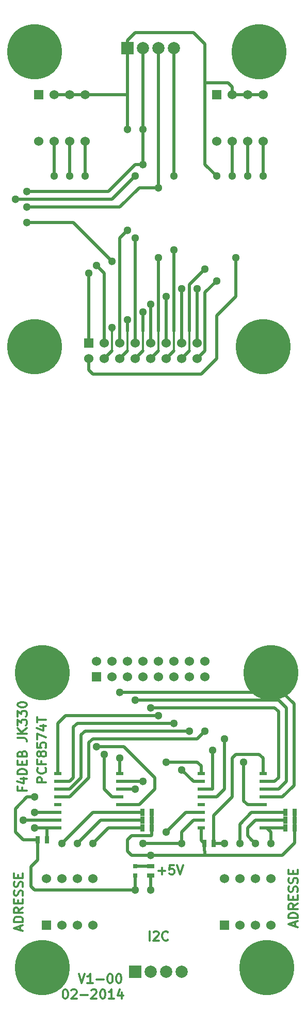
<source format=gtl>
G04 (created by PCBNEW (2013-07-07 BZR 4022)-stable) date dim. 09 mars 2014 21:57:11 CET*
%MOIN*%
G04 Gerber Fmt 3.4, Leading zero omitted, Abs format*
%FSLAX34Y34*%
G01*
G70*
G90*
G04 APERTURE LIST*
%ADD10C,0.00590551*%
%ADD11C,0.011811*%
%ADD12R,0.06X0.06*%
%ADD13C,0.06*%
%ADD14C,0.3543*%
%ADD15R,0.0787X0.0787*%
%ADD16C,0.0787*%
%ADD17R,0.045X0.02*%
%ADD18R,0.025X0.045*%
%ADD19R,0.045X0.025*%
%ADD20R,0.0314X0.0314*%
%ADD21C,0.0511811*%
%ADD22C,0.019685*%
%ADD23C,0.0137795*%
G04 APERTURE END LIST*
G54D10*
G54D11*
X11200Y-73648D02*
X11256Y-73648D01*
X11312Y-73676D01*
X11340Y-73704D01*
X11368Y-73760D01*
X11397Y-73873D01*
X11397Y-74014D01*
X11368Y-74126D01*
X11340Y-74182D01*
X11312Y-74210D01*
X11256Y-74239D01*
X11200Y-74239D01*
X11143Y-74210D01*
X11115Y-74182D01*
X11087Y-74126D01*
X11059Y-74014D01*
X11059Y-73873D01*
X11087Y-73760D01*
X11115Y-73704D01*
X11143Y-73676D01*
X11200Y-73648D01*
X11622Y-73704D02*
X11650Y-73676D01*
X11706Y-73648D01*
X11847Y-73648D01*
X11903Y-73676D01*
X11931Y-73704D01*
X11959Y-73760D01*
X11959Y-73817D01*
X11931Y-73901D01*
X11593Y-74239D01*
X11959Y-74239D01*
X12212Y-74014D02*
X12662Y-74014D01*
X12915Y-73704D02*
X12943Y-73676D01*
X13000Y-73648D01*
X13140Y-73648D01*
X13196Y-73676D01*
X13224Y-73704D01*
X13253Y-73760D01*
X13253Y-73817D01*
X13224Y-73901D01*
X12887Y-74239D01*
X13253Y-74239D01*
X13618Y-73648D02*
X13674Y-73648D01*
X13731Y-73676D01*
X13759Y-73704D01*
X13787Y-73760D01*
X13815Y-73873D01*
X13815Y-74014D01*
X13787Y-74126D01*
X13759Y-74182D01*
X13731Y-74210D01*
X13674Y-74239D01*
X13618Y-74239D01*
X13562Y-74210D01*
X13534Y-74182D01*
X13506Y-74126D01*
X13478Y-74014D01*
X13478Y-73873D01*
X13506Y-73760D01*
X13534Y-73704D01*
X13562Y-73676D01*
X13618Y-73648D01*
X14377Y-74239D02*
X14040Y-74239D01*
X14209Y-74239D02*
X14209Y-73648D01*
X14152Y-73732D01*
X14096Y-73789D01*
X14040Y-73817D01*
X14884Y-73845D02*
X14884Y-74239D01*
X14743Y-73620D02*
X14602Y-74042D01*
X14968Y-74042D01*
X12093Y-72648D02*
X12290Y-73239D01*
X12487Y-72648D01*
X12993Y-73239D02*
X12656Y-73239D01*
X12825Y-73239D02*
X12825Y-72648D01*
X12768Y-72732D01*
X12712Y-72789D01*
X12656Y-72817D01*
X13246Y-73014D02*
X13696Y-73014D01*
X14090Y-72648D02*
X14146Y-72648D01*
X14203Y-72676D01*
X14231Y-72704D01*
X14259Y-72760D01*
X14287Y-72873D01*
X14287Y-73014D01*
X14259Y-73126D01*
X14231Y-73182D01*
X14203Y-73210D01*
X14146Y-73239D01*
X14090Y-73239D01*
X14034Y-73210D01*
X14006Y-73182D01*
X13978Y-73126D01*
X13949Y-73014D01*
X13949Y-72873D01*
X13978Y-72760D01*
X14006Y-72704D01*
X14034Y-72676D01*
X14090Y-72648D01*
X14652Y-72648D02*
X14709Y-72648D01*
X14765Y-72676D01*
X14793Y-72704D01*
X14821Y-72760D01*
X14849Y-72873D01*
X14849Y-73014D01*
X14821Y-73126D01*
X14793Y-73182D01*
X14765Y-73210D01*
X14709Y-73239D01*
X14652Y-73239D01*
X14596Y-73210D01*
X14568Y-73182D01*
X14540Y-73126D01*
X14512Y-73014D01*
X14512Y-72873D01*
X14540Y-72760D01*
X14568Y-72704D01*
X14596Y-72676D01*
X14652Y-72648D01*
X9989Y-60302D02*
X9398Y-60302D01*
X9398Y-60077D01*
X9426Y-60021D01*
X9454Y-59993D01*
X9510Y-59965D01*
X9595Y-59965D01*
X9651Y-59993D01*
X9679Y-60021D01*
X9707Y-60077D01*
X9707Y-60302D01*
X9932Y-59374D02*
X9960Y-59402D01*
X9989Y-59487D01*
X9989Y-59543D01*
X9960Y-59627D01*
X9904Y-59684D01*
X9848Y-59712D01*
X9735Y-59740D01*
X9651Y-59740D01*
X9539Y-59712D01*
X9482Y-59684D01*
X9426Y-59627D01*
X9398Y-59543D01*
X9398Y-59487D01*
X9426Y-59402D01*
X9454Y-59374D01*
X9679Y-58924D02*
X9679Y-59121D01*
X9989Y-59121D02*
X9398Y-59121D01*
X9398Y-58840D01*
X9651Y-58531D02*
X9623Y-58587D01*
X9595Y-58615D01*
X9539Y-58643D01*
X9510Y-58643D01*
X9454Y-58615D01*
X9426Y-58587D01*
X9398Y-58531D01*
X9398Y-58418D01*
X9426Y-58362D01*
X9454Y-58334D01*
X9510Y-58306D01*
X9539Y-58306D01*
X9595Y-58334D01*
X9623Y-58362D01*
X9651Y-58418D01*
X9651Y-58531D01*
X9679Y-58587D01*
X9707Y-58615D01*
X9764Y-58643D01*
X9876Y-58643D01*
X9932Y-58615D01*
X9960Y-58587D01*
X9989Y-58531D01*
X9989Y-58418D01*
X9960Y-58362D01*
X9932Y-58334D01*
X9876Y-58306D01*
X9764Y-58306D01*
X9707Y-58334D01*
X9679Y-58362D01*
X9651Y-58418D01*
X9398Y-57771D02*
X9398Y-58053D01*
X9679Y-58081D01*
X9651Y-58053D01*
X9623Y-57996D01*
X9623Y-57856D01*
X9651Y-57800D01*
X9679Y-57771D01*
X9735Y-57743D01*
X9876Y-57743D01*
X9932Y-57771D01*
X9960Y-57800D01*
X9989Y-57856D01*
X9989Y-57996D01*
X9960Y-58053D01*
X9932Y-58081D01*
X9398Y-57546D02*
X9398Y-57153D01*
X9989Y-57406D01*
X9595Y-56675D02*
X9989Y-56675D01*
X9370Y-56815D02*
X9792Y-56956D01*
X9792Y-56590D01*
X9398Y-56450D02*
X9398Y-56112D01*
X9989Y-56281D02*
X9398Y-56281D01*
X8429Y-60643D02*
X8429Y-60840D01*
X8739Y-60840D02*
X8148Y-60840D01*
X8148Y-60559D01*
X8345Y-60080D02*
X8739Y-60080D01*
X8120Y-60221D02*
X8542Y-60362D01*
X8542Y-59996D01*
X8739Y-59771D02*
X8148Y-59771D01*
X8148Y-59631D01*
X8176Y-59546D01*
X8232Y-59490D01*
X8289Y-59462D01*
X8401Y-59434D01*
X8485Y-59434D01*
X8598Y-59462D01*
X8654Y-59490D01*
X8710Y-59546D01*
X8739Y-59631D01*
X8739Y-59771D01*
X8429Y-59181D02*
X8429Y-58984D01*
X8739Y-58899D02*
X8739Y-59181D01*
X8148Y-59181D01*
X8148Y-58899D01*
X8429Y-58449D02*
X8457Y-58365D01*
X8485Y-58337D01*
X8542Y-58309D01*
X8626Y-58309D01*
X8682Y-58337D01*
X8710Y-58365D01*
X8739Y-58421D01*
X8739Y-58646D01*
X8148Y-58646D01*
X8148Y-58449D01*
X8176Y-58393D01*
X8204Y-58365D01*
X8260Y-58337D01*
X8317Y-58337D01*
X8373Y-58365D01*
X8401Y-58393D01*
X8429Y-58449D01*
X8429Y-58646D01*
X8148Y-57437D02*
X8570Y-57437D01*
X8654Y-57465D01*
X8710Y-57521D01*
X8739Y-57606D01*
X8739Y-57662D01*
X8739Y-57156D02*
X8148Y-57156D01*
X8739Y-56818D02*
X8401Y-57071D01*
X8148Y-56818D02*
X8485Y-57156D01*
X8148Y-56622D02*
X8148Y-56256D01*
X8373Y-56453D01*
X8373Y-56368D01*
X8401Y-56312D01*
X8429Y-56284D01*
X8485Y-56256D01*
X8626Y-56256D01*
X8682Y-56284D01*
X8710Y-56312D01*
X8739Y-56368D01*
X8739Y-56537D01*
X8710Y-56593D01*
X8682Y-56622D01*
X8148Y-56059D02*
X8148Y-55694D01*
X8373Y-55890D01*
X8373Y-55806D01*
X8401Y-55750D01*
X8429Y-55722D01*
X8485Y-55694D01*
X8626Y-55694D01*
X8682Y-55722D01*
X8710Y-55750D01*
X8739Y-55806D01*
X8739Y-55975D01*
X8710Y-56031D01*
X8682Y-56059D01*
X8148Y-55328D02*
X8148Y-55272D01*
X8176Y-55215D01*
X8204Y-55187D01*
X8260Y-55159D01*
X8373Y-55131D01*
X8514Y-55131D01*
X8626Y-55159D01*
X8682Y-55187D01*
X8710Y-55215D01*
X8739Y-55272D01*
X8739Y-55328D01*
X8710Y-55384D01*
X8682Y-55412D01*
X8626Y-55440D01*
X8514Y-55469D01*
X8373Y-55469D01*
X8260Y-55440D01*
X8204Y-55412D01*
X8176Y-55384D01*
X8148Y-55328D01*
X17240Y-66014D02*
X17690Y-66014D01*
X17465Y-66239D02*
X17465Y-65789D01*
X18253Y-65648D02*
X17971Y-65648D01*
X17943Y-65929D01*
X17971Y-65901D01*
X18028Y-65873D01*
X18168Y-65873D01*
X18224Y-65901D01*
X18253Y-65929D01*
X18281Y-65985D01*
X18281Y-66126D01*
X18253Y-66182D01*
X18224Y-66210D01*
X18168Y-66239D01*
X18028Y-66239D01*
X17971Y-66210D01*
X17943Y-66182D01*
X18449Y-65648D02*
X18646Y-66239D01*
X18843Y-65648D01*
X26070Y-69577D02*
X26070Y-69296D01*
X26239Y-69634D02*
X25648Y-69437D01*
X26239Y-69240D01*
X26239Y-69043D02*
X25648Y-69043D01*
X25648Y-68902D01*
X25676Y-68818D01*
X25732Y-68762D01*
X25789Y-68734D01*
X25901Y-68706D01*
X25985Y-68706D01*
X26098Y-68734D01*
X26154Y-68762D01*
X26210Y-68818D01*
X26239Y-68902D01*
X26239Y-69043D01*
X26239Y-68115D02*
X25957Y-68312D01*
X26239Y-68453D02*
X25648Y-68453D01*
X25648Y-68228D01*
X25676Y-68171D01*
X25704Y-68143D01*
X25760Y-68115D01*
X25845Y-68115D01*
X25901Y-68143D01*
X25929Y-68171D01*
X25957Y-68228D01*
X25957Y-68453D01*
X25929Y-67862D02*
X25929Y-67665D01*
X26239Y-67581D02*
X26239Y-67862D01*
X25648Y-67862D01*
X25648Y-67581D01*
X26210Y-67356D02*
X26239Y-67271D01*
X26239Y-67131D01*
X26210Y-67075D01*
X26182Y-67046D01*
X26126Y-67018D01*
X26070Y-67018D01*
X26014Y-67046D01*
X25985Y-67075D01*
X25957Y-67131D01*
X25929Y-67243D01*
X25901Y-67300D01*
X25873Y-67328D01*
X25817Y-67356D01*
X25760Y-67356D01*
X25704Y-67328D01*
X25676Y-67300D01*
X25648Y-67243D01*
X25648Y-67103D01*
X25676Y-67018D01*
X26210Y-66793D02*
X26239Y-66709D01*
X26239Y-66568D01*
X26210Y-66512D01*
X26182Y-66484D01*
X26126Y-66456D01*
X26070Y-66456D01*
X26014Y-66484D01*
X25985Y-66512D01*
X25957Y-66568D01*
X25929Y-66681D01*
X25901Y-66737D01*
X25873Y-66765D01*
X25817Y-66793D01*
X25760Y-66793D01*
X25704Y-66765D01*
X25676Y-66737D01*
X25648Y-66681D01*
X25648Y-66540D01*
X25676Y-66456D01*
X25929Y-66203D02*
X25929Y-66006D01*
X26239Y-65922D02*
X26239Y-66203D01*
X25648Y-66203D01*
X25648Y-65922D01*
X8320Y-69827D02*
X8320Y-69546D01*
X8489Y-69884D02*
X7898Y-69687D01*
X8489Y-69490D01*
X8489Y-69293D02*
X7898Y-69293D01*
X7898Y-69152D01*
X7926Y-69068D01*
X7982Y-69012D01*
X8039Y-68984D01*
X8151Y-68956D01*
X8235Y-68956D01*
X8348Y-68984D01*
X8404Y-69012D01*
X8460Y-69068D01*
X8489Y-69152D01*
X8489Y-69293D01*
X8489Y-68365D02*
X8207Y-68562D01*
X8489Y-68703D02*
X7898Y-68703D01*
X7898Y-68478D01*
X7926Y-68421D01*
X7954Y-68393D01*
X8010Y-68365D01*
X8095Y-68365D01*
X8151Y-68393D01*
X8179Y-68421D01*
X8207Y-68478D01*
X8207Y-68703D01*
X8179Y-68112D02*
X8179Y-67915D01*
X8489Y-67831D02*
X8489Y-68112D01*
X7898Y-68112D01*
X7898Y-67831D01*
X8460Y-67606D02*
X8489Y-67521D01*
X8489Y-67381D01*
X8460Y-67325D01*
X8432Y-67296D01*
X8376Y-67268D01*
X8320Y-67268D01*
X8264Y-67296D01*
X8235Y-67325D01*
X8207Y-67381D01*
X8179Y-67493D01*
X8151Y-67550D01*
X8123Y-67578D01*
X8067Y-67606D01*
X8010Y-67606D01*
X7954Y-67578D01*
X7926Y-67550D01*
X7898Y-67493D01*
X7898Y-67353D01*
X7926Y-67268D01*
X8460Y-67043D02*
X8489Y-66959D01*
X8489Y-66818D01*
X8460Y-66762D01*
X8432Y-66734D01*
X8376Y-66706D01*
X8320Y-66706D01*
X8264Y-66734D01*
X8235Y-66762D01*
X8207Y-66818D01*
X8179Y-66931D01*
X8151Y-66987D01*
X8123Y-67015D01*
X8067Y-67043D01*
X8010Y-67043D01*
X7954Y-67015D01*
X7926Y-66987D01*
X7898Y-66931D01*
X7898Y-66790D01*
X7926Y-66706D01*
X8179Y-66453D02*
X8179Y-66256D01*
X8489Y-66172D02*
X8489Y-66453D01*
X7898Y-66453D01*
X7898Y-66172D01*
X16673Y-70489D02*
X16673Y-69898D01*
X16926Y-69954D02*
X16954Y-69926D01*
X17010Y-69898D01*
X17151Y-69898D01*
X17207Y-69926D01*
X17235Y-69954D01*
X17264Y-70010D01*
X17264Y-70067D01*
X17235Y-70151D01*
X16898Y-70489D01*
X17264Y-70489D01*
X17854Y-70432D02*
X17826Y-70460D01*
X17742Y-70489D01*
X17685Y-70489D01*
X17601Y-70460D01*
X17545Y-70404D01*
X17517Y-70348D01*
X17489Y-70235D01*
X17489Y-70151D01*
X17517Y-70039D01*
X17545Y-69982D01*
X17601Y-69926D01*
X17685Y-69898D01*
X17742Y-69898D01*
X17826Y-69926D01*
X17854Y-69954D01*
G54D12*
X12750Y-32000D03*
G54D13*
X12750Y-33000D03*
X13750Y-32000D03*
X13750Y-33000D03*
X14750Y-32000D03*
X14750Y-33000D03*
X15750Y-32000D03*
X15750Y-33000D03*
X16750Y-32000D03*
X16750Y-33000D03*
X17750Y-32000D03*
X17750Y-33000D03*
X18750Y-32000D03*
X18750Y-33000D03*
X19750Y-32000D03*
X19750Y-33000D03*
G54D14*
X9250Y-13250D03*
X23750Y-13250D03*
X9250Y-32250D03*
X24000Y-32250D03*
G54D15*
X15250Y-13000D03*
G54D16*
X16250Y-13000D03*
X17250Y-13000D03*
X18250Y-13000D03*
G54D12*
X9500Y-16000D03*
G54D13*
X10500Y-16000D03*
X11500Y-16000D03*
X12500Y-16000D03*
X12500Y-19000D03*
X11500Y-19000D03*
X10500Y-19000D03*
X9500Y-19000D03*
G54D12*
X21000Y-16000D03*
G54D13*
X22000Y-16000D03*
X23000Y-16000D03*
X24000Y-16000D03*
X24000Y-19000D03*
X23000Y-19000D03*
X22000Y-19000D03*
X21000Y-19000D03*
G54D12*
X21500Y-69500D03*
G54D13*
X22500Y-69500D03*
X23500Y-69500D03*
X24500Y-69500D03*
X24500Y-66500D03*
X23500Y-66500D03*
X22500Y-66500D03*
X21500Y-66500D03*
G54D12*
X10000Y-69500D03*
G54D13*
X11000Y-69500D03*
X12000Y-69500D03*
X13000Y-69500D03*
X13000Y-66500D03*
X12000Y-66500D03*
X11000Y-66500D03*
X10000Y-66500D03*
G54D17*
X24000Y-63250D03*
X24000Y-62750D03*
X24000Y-62250D03*
X24000Y-61750D03*
X24000Y-61250D03*
X24000Y-60750D03*
X24000Y-60250D03*
X24000Y-59750D03*
X20000Y-59750D03*
X20000Y-60250D03*
X20000Y-60750D03*
X20000Y-61250D03*
X20000Y-61750D03*
X20000Y-62250D03*
X20000Y-62750D03*
X20000Y-63250D03*
X14750Y-63250D03*
X14750Y-62750D03*
X14750Y-62250D03*
X14750Y-61750D03*
X14750Y-61250D03*
X14750Y-60750D03*
X14750Y-60250D03*
X14750Y-59750D03*
X10750Y-59750D03*
X10750Y-60250D03*
X10750Y-60750D03*
X10750Y-61250D03*
X10750Y-61750D03*
X10750Y-62250D03*
X10750Y-62750D03*
X10750Y-63250D03*
G54D18*
X25450Y-63250D03*
X26050Y-63250D03*
X25450Y-62750D03*
X26050Y-62750D03*
X25450Y-62250D03*
X26050Y-62250D03*
X16200Y-63250D03*
X16800Y-63250D03*
X16200Y-62750D03*
X16800Y-62750D03*
X16200Y-62250D03*
X16800Y-62250D03*
G54D19*
X16750Y-66300D03*
X16750Y-65700D03*
G54D18*
X10050Y-64000D03*
X9450Y-64000D03*
X20200Y-64250D03*
X20800Y-64250D03*
G54D20*
X15750Y-65705D03*
X15750Y-66295D03*
G54D15*
X15750Y-72500D03*
G54D16*
X16750Y-72500D03*
X17750Y-72500D03*
X18750Y-72500D03*
G54D14*
X24500Y-53250D03*
X9750Y-53250D03*
X24250Y-72250D03*
X9750Y-72250D03*
G54D12*
X13250Y-53500D03*
G54D13*
X13250Y-52500D03*
X14250Y-53500D03*
X14250Y-52500D03*
X15250Y-53500D03*
X15250Y-52500D03*
X16250Y-53500D03*
X16250Y-52500D03*
X17250Y-53500D03*
X17250Y-52500D03*
X18250Y-53500D03*
X18250Y-52500D03*
X19250Y-53500D03*
X19250Y-52500D03*
X20250Y-53500D03*
X20250Y-52500D03*
G54D21*
X16250Y-18250D03*
X16250Y-20500D03*
X8750Y-22250D03*
X9250Y-63250D03*
X16750Y-65000D03*
X16750Y-67250D03*
X21000Y-21250D03*
X14250Y-26750D03*
X8750Y-24250D03*
X15250Y-18250D03*
X15750Y-67250D03*
X9250Y-61250D03*
X14750Y-58750D03*
X21500Y-64250D03*
X11500Y-21250D03*
X12000Y-64250D03*
X19750Y-28500D03*
X20250Y-57000D03*
X18750Y-28500D03*
X19250Y-57000D03*
X22250Y-26500D03*
X22750Y-59000D03*
X14250Y-31000D03*
X14750Y-54500D03*
X15250Y-30500D03*
X15750Y-55000D03*
X17750Y-29000D03*
X18250Y-56500D03*
X16250Y-30000D03*
X16750Y-55500D03*
X17250Y-26500D03*
X17750Y-59000D03*
X18250Y-26000D03*
X18750Y-59500D03*
X20250Y-27250D03*
X20750Y-58250D03*
X21000Y-28000D03*
X21500Y-57500D03*
X12750Y-27500D03*
X13250Y-58000D03*
X13250Y-27000D03*
X13750Y-58500D03*
X15250Y-24750D03*
X15750Y-60750D03*
X15750Y-25250D03*
X16250Y-60250D03*
X16750Y-29500D03*
X17250Y-56000D03*
X12500Y-21250D03*
X13000Y-64250D03*
X8000Y-22750D03*
X15750Y-21250D03*
X18250Y-21250D03*
X18750Y-64250D03*
X16250Y-64250D03*
X8500Y-62750D03*
X8750Y-23250D03*
X17250Y-22000D03*
X17750Y-63500D03*
X9250Y-62250D03*
X10500Y-21250D03*
X11000Y-64250D03*
X24000Y-21250D03*
X24500Y-64250D03*
X23000Y-21250D03*
X23500Y-64250D03*
X22000Y-21250D03*
X22500Y-64250D03*
G54D22*
X16250Y-20500D02*
X16250Y-18250D01*
X14000Y-22250D02*
X8750Y-22250D01*
X15750Y-20500D02*
X14000Y-22250D01*
X16250Y-20500D02*
X15750Y-20500D01*
X16250Y-16500D02*
X16250Y-18250D01*
X16250Y-13000D02*
X16250Y-16500D01*
X16800Y-63250D02*
X16800Y-63700D01*
X15500Y-65000D02*
X16750Y-65000D01*
X15250Y-64750D02*
X15500Y-65000D01*
X15250Y-64000D02*
X15250Y-64750D01*
X15500Y-63750D02*
X15250Y-64000D01*
X16750Y-63750D02*
X15500Y-63750D01*
X16800Y-63700D02*
X16750Y-63750D01*
X10050Y-64000D02*
X10050Y-63250D01*
X10050Y-63250D02*
X10000Y-63250D01*
X16800Y-62750D02*
X16800Y-62250D01*
X16800Y-63250D02*
X16800Y-62750D01*
X9250Y-63250D02*
X10000Y-63250D01*
X20250Y-65000D02*
X16750Y-65000D01*
X16750Y-67250D02*
X16750Y-66300D01*
X20000Y-63250D02*
X20000Y-64050D01*
X20000Y-64050D02*
X20200Y-64250D01*
X26050Y-63250D02*
X26050Y-64200D01*
X26050Y-64200D02*
X25250Y-65000D01*
X25250Y-65000D02*
X22250Y-65000D01*
X22250Y-65000D02*
X20250Y-65000D01*
X20250Y-65000D02*
X20250Y-64750D01*
X20250Y-64750D02*
X20200Y-64700D01*
X20200Y-64700D02*
X20200Y-64250D01*
X26050Y-62250D02*
X26050Y-62750D01*
X26050Y-62750D02*
X26050Y-63250D01*
X10000Y-63250D02*
X10750Y-63250D01*
X10500Y-16000D02*
X11500Y-16000D01*
X11500Y-16000D02*
X12500Y-16000D01*
X22000Y-16000D02*
X23000Y-16000D01*
X23000Y-16000D02*
X24000Y-16000D01*
X21750Y-15250D02*
X20250Y-15250D01*
X22000Y-15500D02*
X21750Y-15250D01*
X22000Y-16000D02*
X22000Y-15500D01*
X21000Y-21250D02*
X20250Y-20500D01*
X20250Y-20500D02*
X20250Y-15250D01*
X14250Y-26750D02*
X11750Y-24250D01*
X11750Y-24250D02*
X8750Y-24250D01*
X20250Y-12750D02*
X19500Y-12000D01*
X19500Y-12000D02*
X15750Y-12000D01*
X15750Y-12000D02*
X15250Y-12500D01*
X15250Y-12500D02*
X15250Y-13000D01*
X20250Y-15250D02*
X20250Y-12750D01*
X15250Y-16000D02*
X15250Y-13000D01*
X15250Y-18250D02*
X15250Y-16000D01*
X12500Y-16000D02*
X15250Y-16000D01*
X14750Y-59750D02*
X14750Y-58750D01*
X8500Y-64000D02*
X9450Y-64000D01*
X8000Y-63500D02*
X8500Y-64000D01*
X8000Y-62000D02*
X8000Y-63500D01*
X8750Y-61250D02*
X8000Y-62000D01*
X9250Y-61250D02*
X8750Y-61250D01*
X9450Y-64000D02*
X9450Y-65300D01*
X9250Y-67250D02*
X15750Y-67250D01*
X9000Y-67000D02*
X9250Y-67250D01*
X9000Y-65750D02*
X9000Y-67000D01*
X9450Y-65300D02*
X9000Y-65750D01*
X20800Y-64250D02*
X21500Y-64250D01*
X15750Y-67250D02*
X15750Y-66295D01*
X20800Y-64250D02*
X20800Y-62450D01*
X24000Y-58750D02*
X24000Y-59750D01*
X23750Y-58500D02*
X24000Y-58750D01*
X23500Y-58500D02*
X23750Y-58500D01*
X22250Y-58500D02*
X23500Y-58500D01*
X22000Y-58750D02*
X22250Y-58500D01*
X22000Y-59000D02*
X22000Y-58750D01*
X22000Y-61250D02*
X22000Y-59000D01*
X20800Y-62450D02*
X22000Y-61250D01*
X11500Y-21250D02*
X11500Y-19000D01*
X14750Y-62750D02*
X16200Y-62750D01*
X14750Y-62750D02*
X13500Y-62750D01*
X13500Y-62750D02*
X12000Y-64250D01*
X15750Y-65705D02*
X16745Y-65705D01*
X16745Y-65705D02*
X16750Y-65700D01*
X19750Y-32000D02*
X19750Y-28500D01*
X11500Y-61250D02*
X10750Y-61250D01*
X12750Y-60000D02*
X11500Y-61250D01*
X12750Y-57750D02*
X12750Y-60000D01*
X13000Y-57500D02*
X12750Y-57750D01*
X19750Y-57500D02*
X13000Y-57500D01*
X20250Y-57000D02*
X19750Y-57500D01*
X18750Y-28500D02*
X18750Y-32000D01*
X10750Y-60750D02*
X11500Y-60750D01*
X11500Y-60750D02*
X12250Y-60000D01*
X12250Y-60000D02*
X12250Y-57250D01*
X12250Y-57250D02*
X12500Y-57000D01*
X12500Y-57000D02*
X19250Y-57000D01*
X22250Y-29000D02*
X22250Y-26500D01*
X12750Y-33750D02*
X13000Y-34000D01*
X13000Y-34000D02*
X19250Y-34000D01*
X12750Y-33000D02*
X12750Y-33750D01*
X19250Y-34000D02*
X20000Y-34000D01*
X22250Y-29000D02*
X21000Y-30250D01*
X21000Y-30250D02*
X21000Y-33000D01*
X20000Y-34000D02*
X21000Y-33000D01*
X24000Y-61750D02*
X23000Y-61750D01*
X22750Y-61500D02*
X22750Y-59000D01*
X23000Y-61750D02*
X22750Y-61500D01*
X14250Y-31000D02*
X14250Y-31250D01*
G54D23*
X14250Y-31250D02*
X14250Y-32500D01*
G54D22*
X14250Y-32500D02*
X13750Y-33000D01*
X25250Y-54500D02*
X23500Y-54500D01*
X23500Y-54500D02*
X14750Y-54500D01*
X26000Y-55250D02*
X25250Y-54500D01*
X26000Y-60500D02*
X26000Y-55250D01*
X25250Y-61250D02*
X26000Y-60500D01*
X24000Y-61250D02*
X25250Y-61250D01*
X14750Y-33000D02*
X15250Y-32500D01*
G54D23*
X15250Y-31250D02*
X15250Y-32500D01*
G54D22*
X15250Y-31250D02*
X15250Y-30500D01*
X24000Y-55000D02*
X25000Y-55000D01*
X25000Y-60750D02*
X24000Y-60750D01*
X25500Y-60250D02*
X25000Y-60750D01*
X25500Y-55500D02*
X25500Y-60250D01*
X25000Y-55000D02*
X25500Y-55500D01*
X15750Y-55000D02*
X24000Y-55000D01*
X17750Y-32000D02*
X17750Y-29000D01*
X18250Y-56500D02*
X12000Y-56500D01*
X12000Y-56500D02*
X11750Y-56750D01*
X11750Y-56750D02*
X11750Y-60000D01*
X11500Y-60250D02*
X10750Y-60250D01*
X11750Y-60000D02*
X11500Y-60250D01*
X16250Y-30000D02*
X16250Y-31250D01*
G54D23*
X16250Y-31250D02*
X16250Y-32500D01*
G54D22*
X16250Y-32500D02*
X15750Y-33000D01*
X24000Y-60250D02*
X24750Y-60250D01*
X25000Y-56000D02*
X25000Y-55750D01*
X25000Y-60000D02*
X25000Y-56000D01*
X24750Y-60250D02*
X25000Y-60000D01*
X24750Y-55500D02*
X24250Y-55500D01*
X25000Y-55750D02*
X24750Y-55500D01*
X24250Y-55500D02*
X16750Y-55500D01*
X16750Y-33000D02*
X17250Y-32500D01*
G54D23*
X17250Y-31250D02*
X17250Y-32500D01*
G54D22*
X17250Y-31250D02*
X17250Y-28500D01*
X17250Y-28500D02*
X17250Y-26500D01*
X20000Y-59250D02*
X20000Y-59750D01*
X19750Y-59000D02*
X20000Y-59250D01*
X17750Y-59000D02*
X19750Y-59000D01*
X17750Y-33000D02*
X18250Y-32500D01*
G54D23*
X18250Y-31250D02*
X18250Y-32500D01*
G54D22*
X18250Y-31250D02*
X18250Y-27500D01*
X18250Y-27500D02*
X18250Y-26000D01*
X19500Y-60250D02*
X20000Y-60250D01*
X18750Y-59500D02*
X19500Y-60250D01*
G54D23*
X19250Y-31250D02*
X19250Y-32500D01*
G54D22*
X19250Y-32500D02*
X18750Y-33000D01*
X19250Y-28250D02*
X19250Y-31250D01*
X20250Y-27250D02*
X19250Y-28250D01*
X20250Y-60750D02*
X20750Y-60750D01*
X20000Y-60750D02*
X20250Y-60750D01*
X20750Y-60750D02*
X20750Y-58250D01*
X19750Y-33000D02*
X20250Y-32500D01*
X20250Y-32500D02*
X20250Y-28750D01*
X20250Y-28750D02*
X21000Y-28000D01*
X20750Y-61250D02*
X21000Y-61250D01*
X21000Y-61250D02*
X21500Y-60750D01*
X20000Y-61250D02*
X20750Y-61250D01*
X21500Y-60750D02*
X21500Y-60500D01*
X21500Y-57500D02*
X21500Y-60500D01*
X12750Y-32000D02*
X12750Y-27500D01*
X14750Y-58000D02*
X15000Y-58000D01*
X17000Y-60000D02*
X17000Y-60750D01*
X15000Y-58000D02*
X17000Y-60000D01*
X13250Y-58000D02*
X14750Y-58000D01*
X16000Y-61750D02*
X14750Y-61750D01*
X17000Y-60750D02*
X16000Y-61750D01*
X13750Y-27500D02*
X13250Y-27000D01*
X13750Y-32000D02*
X13750Y-27500D01*
X13750Y-58500D02*
X13750Y-60750D01*
X14250Y-61250D02*
X13750Y-60750D01*
X14750Y-61250D02*
X14250Y-61250D01*
X14750Y-25250D02*
X15250Y-24750D01*
X14750Y-32000D02*
X14750Y-25250D01*
X15750Y-60750D02*
X14750Y-60750D01*
X15750Y-32000D02*
X15750Y-25250D01*
X16250Y-60250D02*
X14750Y-60250D01*
X16750Y-32000D02*
X16750Y-29500D01*
X17250Y-56000D02*
X11250Y-56000D01*
X11250Y-56000D02*
X10750Y-56500D01*
X10750Y-56500D02*
X10750Y-59750D01*
X12500Y-19000D02*
X12500Y-21250D01*
X14750Y-63250D02*
X16200Y-63250D01*
X14000Y-63250D02*
X14750Y-63250D01*
X13000Y-64250D02*
X14000Y-63250D01*
X15750Y-21250D02*
X14250Y-22750D01*
X14250Y-22750D02*
X8000Y-22750D01*
X18250Y-16500D02*
X18250Y-21250D01*
X18250Y-13000D02*
X18250Y-16500D01*
X18750Y-64250D02*
X16250Y-64250D01*
X20000Y-62750D02*
X19500Y-62750D01*
X18750Y-63500D02*
X18750Y-64250D01*
X19500Y-62750D02*
X18750Y-63500D01*
X10750Y-62750D02*
X8500Y-62750D01*
X13250Y-23250D02*
X8750Y-23250D01*
X16000Y-22000D02*
X17250Y-22000D01*
X14750Y-23250D02*
X16000Y-22000D01*
X13250Y-23250D02*
X14750Y-23250D01*
X17250Y-16500D02*
X17250Y-22000D01*
X17250Y-13000D02*
X17250Y-16500D01*
X20000Y-62250D02*
X19000Y-62250D01*
X19000Y-62250D02*
X17750Y-63500D01*
X9250Y-62250D02*
X10750Y-62250D01*
X10500Y-21250D02*
X10500Y-19000D01*
X14750Y-62250D02*
X16200Y-62250D01*
X14750Y-62250D02*
X13000Y-62250D01*
X13000Y-62250D02*
X11000Y-64250D01*
X24000Y-21250D02*
X24000Y-19000D01*
X24000Y-63250D02*
X25450Y-63250D01*
X24000Y-63250D02*
X24250Y-63250D01*
X24500Y-63500D02*
X24500Y-64250D01*
X24250Y-63250D02*
X24500Y-63500D01*
X23000Y-19000D02*
X23000Y-21250D01*
X24000Y-62750D02*
X25450Y-62750D01*
X23500Y-62750D02*
X24000Y-62750D01*
X23000Y-63250D02*
X23500Y-62750D01*
X23000Y-63750D02*
X23000Y-63250D01*
X23250Y-64000D02*
X23000Y-63750D01*
X23500Y-64250D02*
X23250Y-64000D01*
X22000Y-21250D02*
X22000Y-19000D01*
X24000Y-62250D02*
X25450Y-62250D01*
X24000Y-62250D02*
X23250Y-62250D01*
X22500Y-63000D02*
X22500Y-64250D01*
X23250Y-62250D02*
X22500Y-63000D01*
M02*

</source>
